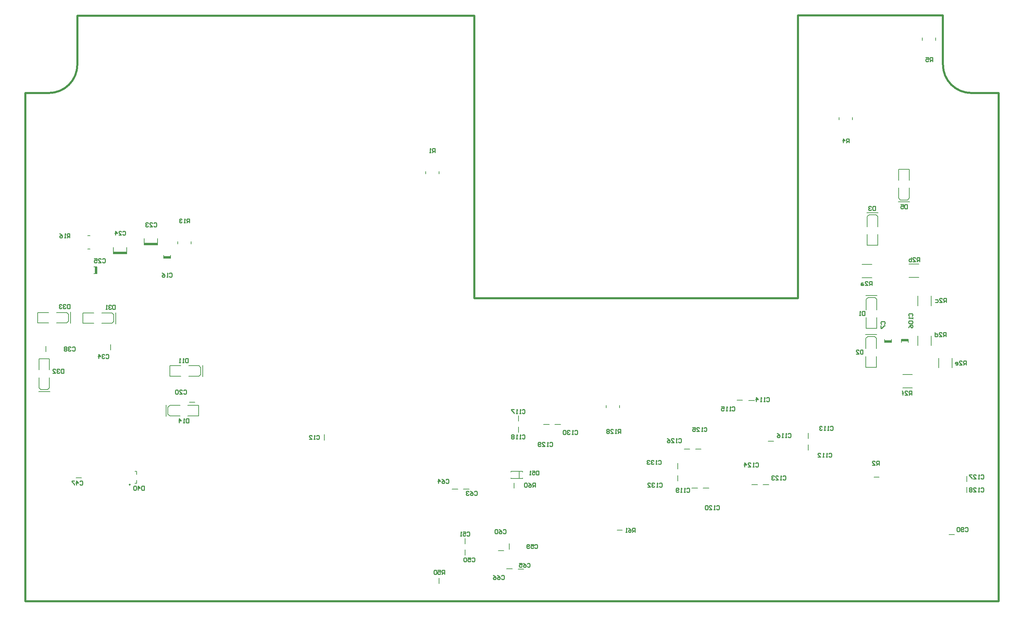
<source format=gbo>
G04*
G04 #@! TF.GenerationSoftware,Altium Limited,Altium Designer,22.6.1 (34)*
G04*
G04 Layer_Color=33789*
%FSLAX43Y43*%
%MOMM*%
G71*
G04*
G04 #@! TF.SameCoordinates,AAB5C14D-29E5-48F0-9F93-E21C6970BB33*
G04*
G04*
G04 #@! TF.FilePolarity,Positive*
G04*
G01*
G75*
%ADD11C,0.250*%
%ADD12C,0.200*%
%ADD15C,0.500*%
%ADD24R,0.550X1.700*%
%ADD164R,3.300X0.550*%
%ADD165R,1.700X0.550*%
%ADD166R,1.700X0.550*%
%ADD167R,3.300X0.550*%
D11*
X125925Y148900D02*
G03*
X125925Y148900I-125J0D01*
G01*
X311023Y153695D02*
Y154695D01*
X310523D01*
X310357Y154528D01*
Y154195D01*
X310523Y154029D01*
X311023D01*
X310690D02*
X310357Y153695D01*
X309357D02*
X310023D01*
X309357Y154362D01*
Y154528D01*
X309523Y154695D01*
X309857D01*
X310023Y154528D01*
X222800Y161038D02*
X222966Y161205D01*
X223300D01*
X223466Y161038D01*
Y160372D01*
X223300Y160205D01*
X222966D01*
X222800Y160372D01*
X222466Y160205D02*
X222133D01*
X222300D01*
Y161205D01*
X222466Y161038D01*
X221633Y160205D02*
X221300D01*
X221467D01*
Y161205D01*
X221633Y161038D01*
X220800D02*
X220634Y161205D01*
X220300D01*
X220134Y161038D01*
Y160872D01*
X220300Y160705D01*
X220134Y160538D01*
Y160372D01*
X220300Y160205D01*
X220634D01*
X220800Y160372D01*
Y160538D01*
X220634Y160705D01*
X220800Y160872D01*
Y161038D01*
X220634Y160705D02*
X220300D01*
X222800Y167342D02*
X222966Y167508D01*
X223300D01*
X223466Y167342D01*
Y166675D01*
X223300Y166509D01*
X222966D01*
X222800Y166675D01*
X222466Y166509D02*
X222133D01*
X222300D01*
Y167508D01*
X222466Y167342D01*
X221633Y166509D02*
X221300D01*
X221467D01*
Y167508D01*
X221633Y167342D01*
X220800Y167508D02*
X220134D01*
Y167342D01*
X220800Y166675D01*
Y166509D01*
X247149Y161594D02*
Y162594D01*
X246650D01*
X246483Y162427D01*
Y162094D01*
X246650Y161928D01*
X247149D01*
X246816D02*
X246483Y161594D01*
X246150D02*
X245817D01*
X245983D01*
Y162594D01*
X246150Y162427D01*
X244650Y161594D02*
X245317D01*
X244650Y162261D01*
Y162427D01*
X244817Y162594D01*
X245150D01*
X245317Y162427D01*
X244317D02*
X244150Y162594D01*
X243817D01*
X243651Y162427D01*
Y162261D01*
X243817Y162094D01*
X243651Y161928D01*
Y161761D01*
X243817Y161594D01*
X244150D01*
X244317Y161761D01*
Y161928D01*
X244150Y162094D01*
X244317Y162261D01*
Y162427D01*
X244150Y162094D02*
X243817D01*
X250716Y137086D02*
Y138086D01*
X250216D01*
X250050Y137919D01*
Y137586D01*
X250216Y137420D01*
X250716D01*
X250383D02*
X250050Y137086D01*
X249050Y138086D02*
X249383Y137919D01*
X249717Y137586D01*
Y137253D01*
X249550Y137086D01*
X249217D01*
X249050Y137253D01*
Y137420D01*
X249217Y137586D01*
X249717D01*
X248717Y137086D02*
X248384D01*
X248550D01*
Y138086D01*
X248717Y137919D01*
X226033Y148300D02*
Y149300D01*
X225533D01*
X225366Y149133D01*
Y148800D01*
X225533Y148633D01*
X226033D01*
X225700D02*
X225366Y148300D01*
X224367Y149300D02*
X224700Y149133D01*
X225033Y148800D01*
Y148467D01*
X224867Y148300D01*
X224533D01*
X224367Y148467D01*
Y148633D01*
X224533Y148800D01*
X225033D01*
X224034Y149133D02*
X223867Y149300D01*
X223534D01*
X223367Y149133D01*
Y148467D01*
X223534Y148300D01*
X223867D01*
X224034Y148467D01*
Y149133D01*
X203633Y126675D02*
Y127675D01*
X203133D01*
X202966Y127508D01*
Y127175D01*
X203133Y127008D01*
X203633D01*
X203300D02*
X202966Y126675D01*
X201967Y127675D02*
X202633D01*
Y127175D01*
X202300Y127341D01*
X202133D01*
X201967Y127175D01*
Y126842D01*
X202133Y126675D01*
X202467D01*
X202633Y126842D01*
X201634Y127508D02*
X201467Y127675D01*
X201134D01*
X200967Y127508D01*
Y126842D01*
X201134Y126675D01*
X201467D01*
X201634Y126842D01*
Y127508D01*
X110950Y210000D02*
Y211000D01*
X110450D01*
X110283Y210833D01*
Y210500D01*
X110450Y210333D01*
X110950D01*
X110616D02*
X110283Y210000D01*
X109950D02*
X109617D01*
X109783D01*
Y211000D01*
X109950Y210833D01*
X108450Y211000D02*
X108784Y210833D01*
X109117Y210500D01*
Y210167D01*
X108950Y210000D01*
X108617D01*
X108450Y210167D01*
Y210333D01*
X108617Y210500D01*
X109117D01*
X140550Y213700D02*
Y214700D01*
X140050D01*
X139883Y214533D01*
Y214200D01*
X140050Y214033D01*
X140550D01*
X140216D02*
X139883Y213700D01*
X139550D02*
X139217D01*
X139383D01*
Y214700D01*
X139550Y214533D01*
X138717D02*
X138550Y214700D01*
X138217D01*
X138050Y214533D01*
Y214367D01*
X138217Y214200D01*
X138384D01*
X138217D01*
X138050Y214033D01*
Y213867D01*
X138217Y213700D01*
X138550D01*
X138717Y213867D01*
X324233Y253600D02*
Y254600D01*
X323733D01*
X323567Y254433D01*
Y254100D01*
X323733Y253933D01*
X324233D01*
X323900D02*
X323567Y253600D01*
X322567Y254600D02*
X323233D01*
Y254100D01*
X322900Y254267D01*
X322734D01*
X322567Y254100D01*
Y253767D01*
X322734Y253600D01*
X323067D01*
X323233Y253767D01*
X303633Y233518D02*
Y234518D01*
X303133D01*
X302967Y234351D01*
Y234018D01*
X303133Y233851D01*
X303633D01*
X303300D02*
X302967Y233518D01*
X302134D02*
Y234518D01*
X302633Y234018D01*
X301967D01*
X319066Y171100D02*
Y172100D01*
X318566D01*
X318400Y171933D01*
Y171600D01*
X318566Y171433D01*
X319066D01*
X318733D02*
X318400Y171100D01*
X317400D02*
X318067D01*
X317400Y171767D01*
Y171933D01*
X317567Y172100D01*
X317900D01*
X318067Y171933D01*
X316900Y171100D02*
Y171933D01*
Y171600D01*
X317067D01*
X316734D01*
X316900D01*
Y171933D01*
X316734Y172100D01*
X332533Y178500D02*
Y179500D01*
X332033D01*
X331866Y179333D01*
Y179000D01*
X332033Y178833D01*
X332533D01*
X332200D02*
X331866Y178500D01*
X330867D02*
X331533D01*
X330867Y179167D01*
Y179333D01*
X331033Y179500D01*
X331367D01*
X331533Y179333D01*
X330034Y178500D02*
X330367D01*
X330534Y178667D01*
Y179000D01*
X330367Y179167D01*
X330034D01*
X329867Y179000D01*
Y178833D01*
X330534D01*
X327555Y185550D02*
Y186550D01*
X327056D01*
X326889Y186383D01*
Y186050D01*
X327056Y185883D01*
X327555D01*
X327222D02*
X326889Y185550D01*
X325889D02*
X326556D01*
X325889Y186217D01*
Y186383D01*
X326056Y186550D01*
X326389D01*
X326556Y186383D01*
X324890Y186550D02*
Y185550D01*
X325389D01*
X325556Y185717D01*
Y186050D01*
X325389Y186217D01*
X324890D01*
X327638Y194000D02*
Y195000D01*
X327138D01*
X326971Y194833D01*
Y194500D01*
X327138Y194333D01*
X327638D01*
X327304D02*
X326971Y194000D01*
X325971D02*
X326638D01*
X325971Y194667D01*
Y194833D01*
X326138Y195000D01*
X326471D01*
X326638Y194833D01*
X324972Y194667D02*
X325472D01*
X325638Y194500D01*
Y194167D01*
X325472Y194000D01*
X324972D01*
X321058Y204100D02*
Y205100D01*
X320558D01*
X320392Y204933D01*
Y204600D01*
X320558Y204433D01*
X321058D01*
X320725D02*
X320392Y204100D01*
X319392D02*
X320058D01*
X319392Y204767D01*
Y204933D01*
X319558Y205100D01*
X319892D01*
X320058Y204933D01*
X319059Y205100D02*
Y204100D01*
X318559D01*
X318392Y204267D01*
Y204433D01*
Y204600D01*
X318559Y204767D01*
X319059D01*
X309256Y198200D02*
Y199200D01*
X308756D01*
X308590Y199033D01*
Y198700D01*
X308756Y198533D01*
X309256D01*
X308923D02*
X308590Y198200D01*
X307590D02*
X308256D01*
X307590Y198867D01*
Y199033D01*
X307757Y199200D01*
X308090D01*
X308256Y199033D01*
X307090Y198867D02*
X306757D01*
X306590Y198700D01*
Y198200D01*
X307090D01*
X307257Y198367D01*
X307090Y198533D01*
X306590D01*
X201266Y231100D02*
Y232100D01*
X200767D01*
X200600Y231933D01*
Y231600D01*
X200767Y231433D01*
X201266D01*
X200933D02*
X200600Y231100D01*
X200267D02*
X199934D01*
X200100D01*
Y232100D01*
X200267Y231933D01*
X226926Y152300D02*
Y151300D01*
X226426D01*
X226260Y151467D01*
Y152133D01*
X226426Y152300D01*
X226926D01*
X225260D02*
X225927D01*
Y151800D01*
X225593Y151967D01*
X225427D01*
X225260Y151800D01*
Y151467D01*
X225427Y151300D01*
X225760D01*
X225927Y151467D01*
X224927Y151300D02*
X224594D01*
X224760D01*
Y152300D01*
X224927Y152133D01*
X129383Y148500D02*
Y147500D01*
X128883D01*
X128716Y147667D01*
Y148333D01*
X128883Y148500D01*
X129383D01*
X127883Y147500D02*
Y148500D01*
X128383Y148000D01*
X127717D01*
X127384Y148333D02*
X127217Y148500D01*
X126884D01*
X126717Y148333D01*
Y147667D01*
X126884Y147500D01*
X127217D01*
X127384Y147667D01*
Y148333D01*
X110998Y193455D02*
Y192456D01*
X110498D01*
X110332Y192622D01*
Y193289D01*
X110498Y193455D01*
X110998D01*
X109998Y193289D02*
X109832Y193455D01*
X109498D01*
X109332Y193289D01*
Y193122D01*
X109498Y192956D01*
X109665D01*
X109498D01*
X109332Y192789D01*
Y192622D01*
X109498Y192456D01*
X109832D01*
X109998Y192622D01*
X108999Y193289D02*
X108832Y193455D01*
X108499D01*
X108332Y193289D01*
Y193122D01*
X108499Y192956D01*
X108665D01*
X108499D01*
X108332Y192789D01*
Y192622D01*
X108499Y192456D01*
X108832D01*
X108999Y192622D01*
X109467Y177455D02*
Y176456D01*
X108967D01*
X108801Y176622D01*
Y177289D01*
X108967Y177455D01*
X109467D01*
X108468Y177289D02*
X108301Y177455D01*
X107968D01*
X107801Y177289D01*
Y177122D01*
X107968Y176956D01*
X108134D01*
X107968D01*
X107801Y176789D01*
Y176622D01*
X107968Y176456D01*
X108301D01*
X108468Y176622D01*
X106801Y176456D02*
X107468D01*
X106801Y177122D01*
Y177289D01*
X106968Y177455D01*
X107301D01*
X107468Y177289D01*
X122199Y193354D02*
Y192354D01*
X121700D01*
X121533Y192521D01*
Y193187D01*
X121700Y193354D01*
X122199D01*
X121200Y193187D02*
X121033Y193354D01*
X120700D01*
X120533Y193187D01*
Y193021D01*
X120700Y192854D01*
X120867D01*
X120700D01*
X120533Y192687D01*
Y192521D01*
X120700Y192354D01*
X121033D01*
X121200Y192521D01*
X120200Y192354D02*
X119867D01*
X120033D01*
Y193354D01*
X120200Y193187D01*
X140376Y165216D02*
Y164216D01*
X139876D01*
X139710Y164383D01*
Y165049D01*
X139876Y165216D01*
X140376D01*
X139376Y164216D02*
X139043D01*
X139210D01*
Y165216D01*
X139376Y165049D01*
X138043Y164216D02*
Y165216D01*
X138543Y164716D01*
X137877D01*
X140209Y180100D02*
Y179100D01*
X139710D01*
X139543Y179267D01*
Y179933D01*
X139710Y180100D01*
X140209D01*
X139210Y179100D02*
X138876D01*
X139043D01*
Y180100D01*
X139210Y179933D01*
X138377Y179100D02*
X138043D01*
X138210D01*
Y180100D01*
X138377Y179933D01*
X318033Y218183D02*
Y217184D01*
X317533D01*
X317367Y217350D01*
Y218017D01*
X317533Y218183D01*
X318033D01*
X316367D02*
X317033D01*
Y217684D01*
X316700Y217850D01*
X316534D01*
X316367Y217684D01*
Y217350D01*
X316534Y217184D01*
X316867D01*
X317033Y217350D01*
X310133Y217800D02*
Y216800D01*
X309633D01*
X309467Y216967D01*
Y217633D01*
X309633Y217800D01*
X310133D01*
X309133Y217633D02*
X308967Y217800D01*
X308634D01*
X308467Y217633D01*
Y217467D01*
X308634Y217300D01*
X308800D01*
X308634D01*
X308467Y217133D01*
Y216967D01*
X308634Y216800D01*
X308967D01*
X309133Y216967D01*
X307033Y182200D02*
Y181200D01*
X306533D01*
X306367Y181367D01*
Y182033D01*
X306533Y182200D01*
X307033D01*
X305367Y181200D02*
X306033D01*
X305367Y181867D01*
Y182033D01*
X305534Y182200D01*
X305867D01*
X306033Y182033D01*
X307466Y191800D02*
Y190800D01*
X306967D01*
X306800Y190967D01*
Y191633D01*
X306967Y191800D01*
X307466D01*
X306467Y190800D02*
X306134D01*
X306300D01*
Y191800D01*
X306467Y191633D01*
X256483Y154749D02*
X256650Y154915D01*
X256983D01*
X257149Y154749D01*
Y154082D01*
X256983Y153916D01*
X256650D01*
X256483Y154082D01*
X256150Y153916D02*
X255817D01*
X255983D01*
Y154915D01*
X256150Y154749D01*
X255317D02*
X255150Y154915D01*
X254817D01*
X254650Y154749D01*
Y154582D01*
X254817Y154416D01*
X254983D01*
X254817D01*
X254650Y154249D01*
Y154082D01*
X254817Y153916D01*
X255150D01*
X255317Y154082D01*
X254317Y154749D02*
X254150Y154915D01*
X253817D01*
X253651Y154749D01*
Y154582D01*
X253817Y154416D01*
X253984D01*
X253817D01*
X253651Y154249D01*
Y154082D01*
X253817Y153916D01*
X254150D01*
X254317Y154082D01*
X256683Y149096D02*
X256850Y149263D01*
X257183D01*
X257349Y149096D01*
Y148430D01*
X257183Y148263D01*
X256850D01*
X256683Y148430D01*
X256350Y148263D02*
X256017D01*
X256183D01*
Y149263D01*
X256350Y149096D01*
X255517D02*
X255350Y149263D01*
X255017D01*
X254850Y149096D01*
Y148930D01*
X255017Y148763D01*
X255183D01*
X255017D01*
X254850Y148596D01*
Y148430D01*
X255017Y148263D01*
X255350D01*
X255517Y148430D01*
X253851Y148263D02*
X254517D01*
X253851Y148930D01*
Y149096D01*
X254017Y149263D01*
X254350D01*
X254517Y149096D01*
X235783Y162163D02*
X235950Y162329D01*
X236283D01*
X236449Y162163D01*
Y161496D01*
X236283Y161329D01*
X235950D01*
X235783Y161496D01*
X235450Y161329D02*
X235117D01*
X235283D01*
Y162329D01*
X235450Y162163D01*
X234617D02*
X234450Y162329D01*
X234117D01*
X233950Y162163D01*
Y161996D01*
X234117Y161829D01*
X234283D01*
X234117D01*
X233950Y161663D01*
Y161496D01*
X234117Y161329D01*
X234450D01*
X234617Y161496D01*
X233617Y162163D02*
X233450Y162329D01*
X233117D01*
X232951Y162163D01*
Y161496D01*
X233117Y161329D01*
X233450D01*
X233617Y161496D01*
Y162163D01*
X229583Y159233D02*
X229750Y159400D01*
X230083D01*
X230249Y159233D01*
Y158567D01*
X230083Y158400D01*
X229750D01*
X229583Y158567D01*
X229250Y158400D02*
X228917D01*
X229083D01*
Y159400D01*
X229250Y159233D01*
X227750Y158400D02*
X228417D01*
X227750Y159067D01*
Y159233D01*
X227917Y159400D01*
X228250D01*
X228417Y159233D01*
X227417Y158567D02*
X227250Y158400D01*
X226917D01*
X226751Y158567D01*
Y159233D01*
X226917Y159400D01*
X227250D01*
X227417Y159233D01*
Y159067D01*
X227250Y158900D01*
X226751D01*
X336183Y147919D02*
X336350Y148085D01*
X336683D01*
X336849Y147919D01*
Y147252D01*
X336683Y147086D01*
X336350D01*
X336183Y147252D01*
X335850Y147086D02*
X335517D01*
X335683D01*
Y148085D01*
X335850Y147919D01*
X334350Y147086D02*
X335017D01*
X334350Y147752D01*
Y147919D01*
X334517Y148085D01*
X334850D01*
X335017Y147919D01*
X334017D02*
X333850Y148085D01*
X333517D01*
X333351Y147919D01*
Y147752D01*
X333517Y147586D01*
X333351Y147419D01*
Y147252D01*
X333517Y147086D01*
X333850D01*
X334017Y147252D01*
Y147419D01*
X333850Y147586D01*
X334017Y147752D01*
Y147919D01*
X333850Y147586D02*
X333517D01*
X336183Y151133D02*
X336350Y151300D01*
X336683D01*
X336849Y151133D01*
Y150467D01*
X336683Y150300D01*
X336350D01*
X336183Y150467D01*
X335850Y150300D02*
X335517D01*
X335683D01*
Y151300D01*
X335850Y151133D01*
X334350Y150300D02*
X335017D01*
X334350Y150967D01*
Y151133D01*
X334517Y151300D01*
X334850D01*
X335017Y151133D01*
X334017Y151300D02*
X333351D01*
Y151133D01*
X334017Y150467D01*
Y150300D01*
X261479Y160131D02*
X261646Y160298D01*
X261979D01*
X262146Y160131D01*
Y159465D01*
X261979Y159298D01*
X261646D01*
X261479Y159465D01*
X261146Y159298D02*
X260813D01*
X260979D01*
Y160298D01*
X261146Y160131D01*
X259646Y159298D02*
X260313D01*
X259646Y159965D01*
Y160131D01*
X259813Y160298D01*
X260146D01*
X260313Y160131D01*
X258647Y160298D02*
X258980Y160131D01*
X259313Y159798D01*
Y159465D01*
X259147Y159298D01*
X258813D01*
X258647Y159465D01*
Y159632D01*
X258813Y159798D01*
X259313D01*
X267758Y162883D02*
X267925Y163050D01*
X268258D01*
X268424Y162883D01*
Y162217D01*
X268258Y162050D01*
X267925D01*
X267758Y162217D01*
X267425Y162050D02*
X267092D01*
X267258D01*
Y163050D01*
X267425Y162883D01*
X265925Y162050D02*
X266592D01*
X265925Y162717D01*
Y162883D01*
X266092Y163050D01*
X266425D01*
X266592Y162883D01*
X264926Y163050D02*
X265592D01*
Y162550D01*
X265259Y162717D01*
X265092D01*
X264926Y162550D01*
Y162217D01*
X265092Y162050D01*
X265425D01*
X265592Y162217D01*
X280483Y154133D02*
X280650Y154300D01*
X280983D01*
X281149Y154133D01*
Y153467D01*
X280983Y153300D01*
X280650D01*
X280483Y153467D01*
X280150Y153300D02*
X279817D01*
X279983D01*
Y154300D01*
X280150Y154133D01*
X278650Y153300D02*
X279317D01*
X278650Y153967D01*
Y154133D01*
X278817Y154300D01*
X279150D01*
X279317Y154133D01*
X277817Y153300D02*
Y154300D01*
X278317Y153800D01*
X277651D01*
X287283Y150933D02*
X287450Y151100D01*
X287783D01*
X287949Y150933D01*
Y150267D01*
X287783Y150100D01*
X287450D01*
X287283Y150267D01*
X286950Y150100D02*
X286617D01*
X286783D01*
Y151100D01*
X286950Y150933D01*
X285450Y150100D02*
X286117D01*
X285450Y150767D01*
Y150933D01*
X285617Y151100D01*
X285950D01*
X286117Y150933D01*
X285117D02*
X284950Y151100D01*
X284617D01*
X284451Y150933D01*
Y150767D01*
X284617Y150600D01*
X284784D01*
X284617D01*
X284451Y150433D01*
Y150267D01*
X284617Y150100D01*
X284950D01*
X285117Y150267D01*
X270858Y143556D02*
X271025Y143722D01*
X271358D01*
X271524Y143556D01*
Y142889D01*
X271358Y142723D01*
X271025D01*
X270858Y142889D01*
X270525Y142723D02*
X270192D01*
X270358D01*
Y143722D01*
X270525Y143556D01*
X269025Y142723D02*
X269692D01*
X269025Y143389D01*
Y143556D01*
X269192Y143722D01*
X269525D01*
X269692Y143556D01*
X268692D02*
X268525Y143722D01*
X268192D01*
X268026Y143556D01*
Y142889D01*
X268192Y142723D01*
X268525D01*
X268692Y142889D01*
Y143556D01*
X263492Y147837D02*
X263658Y148003D01*
X263992D01*
X264158Y147837D01*
Y147170D01*
X263992Y147004D01*
X263658D01*
X263492Y147170D01*
X263158Y147004D02*
X262825D01*
X262992D01*
Y148003D01*
X263158Y147837D01*
X262325Y147004D02*
X261992D01*
X262159D01*
Y148003D01*
X262325Y147837D01*
X261492Y147170D02*
X261326Y147004D01*
X260992D01*
X260826Y147170D01*
Y147837D01*
X260992Y148003D01*
X261326D01*
X261492Y147837D01*
Y147670D01*
X261326Y147503D01*
X260826D01*
X288510Y161433D02*
X288677Y161600D01*
X289010D01*
X289177Y161433D01*
Y160767D01*
X289010Y160600D01*
X288677D01*
X288510Y160767D01*
X288177Y160600D02*
X287844D01*
X288011D01*
Y161600D01*
X288177Y161433D01*
X287344Y160600D02*
X287011D01*
X287177D01*
Y161600D01*
X287344Y161433D01*
X285845Y161600D02*
X286178Y161433D01*
X286511Y161100D01*
Y160767D01*
X286344Y160600D01*
X286011D01*
X285845Y160767D01*
Y160933D01*
X286011Y161100D01*
X286511D01*
X274694Y168033D02*
X274860Y168200D01*
X275194D01*
X275360Y168033D01*
Y167367D01*
X275194Y167200D01*
X274860D01*
X274694Y167367D01*
X274361Y167200D02*
X274027D01*
X274194D01*
Y168200D01*
X274361Y168033D01*
X273527Y167200D02*
X273194D01*
X273361D01*
Y168200D01*
X273527Y168033D01*
X272028Y168200D02*
X272694D01*
Y167700D01*
X272361Y167867D01*
X272195D01*
X272028Y167700D01*
Y167367D01*
X272195Y167200D01*
X272528D01*
X272694Y167367D01*
X283200Y170267D02*
X283366Y170433D01*
X283700D01*
X283866Y170267D01*
Y169600D01*
X283700Y169434D01*
X283366D01*
X283200Y169600D01*
X282866Y169434D02*
X282533D01*
X282700D01*
Y170433D01*
X282866Y170267D01*
X282033Y169434D02*
X281700D01*
X281867D01*
Y170433D01*
X282033Y170267D01*
X280701Y169434D02*
Y170433D01*
X281200Y169934D01*
X280534D01*
X298958Y163194D02*
X299124Y163360D01*
X299457D01*
X299624Y163194D01*
Y162527D01*
X299457Y162361D01*
X299124D01*
X298958Y162527D01*
X298624Y162361D02*
X298291D01*
X298458D01*
Y163360D01*
X298624Y163194D01*
X297791Y162361D02*
X297458D01*
X297625D01*
Y163360D01*
X297791Y163194D01*
X296958D02*
X296792Y163360D01*
X296458D01*
X296292Y163194D01*
Y163027D01*
X296458Y162860D01*
X296625D01*
X296458D01*
X296292Y162694D01*
Y162527D01*
X296458Y162361D01*
X296792D01*
X296958Y162527D01*
X298600Y156530D02*
X298766Y156697D01*
X299100D01*
X299266Y156530D01*
Y155864D01*
X299100Y155697D01*
X298766D01*
X298600Y155864D01*
X298266Y155697D02*
X297933D01*
X298100D01*
Y156697D01*
X298266Y156530D01*
X297433Y155697D02*
X297100D01*
X297267D01*
Y156697D01*
X297433Y156530D01*
X295934Y155697D02*
X296600D01*
X295934Y156364D01*
Y156530D01*
X296100Y156697D01*
X296434D01*
X296600Y156530D01*
X318517Y190583D02*
X318350Y190750D01*
Y191083D01*
X318517Y191249D01*
X319183D01*
X319350Y191083D01*
Y190750D01*
X319183Y190583D01*
X319350Y190250D02*
Y189917D01*
Y190083D01*
X318350D01*
X318517Y190250D01*
Y189417D02*
X318350Y189250D01*
Y188917D01*
X318517Y188750D01*
X319183D01*
X319350Y188917D01*
Y189250D01*
X319183Y189417D01*
X318517D01*
X318350Y187751D02*
X318517Y188084D01*
X318850Y188417D01*
X319183D01*
X319350Y188250D01*
Y187917D01*
X319183Y187751D01*
X319017D01*
X318850Y187917D01*
Y188417D01*
X332283Y138150D02*
X332450Y138316D01*
X332783D01*
X332949Y138150D01*
Y137483D01*
X332783Y137317D01*
X332450D01*
X332283Y137483D01*
X331950D02*
X331783Y137317D01*
X331450D01*
X331283Y137483D01*
Y138150D01*
X331450Y138316D01*
X331783D01*
X331950Y138150D01*
Y137983D01*
X331783Y137817D01*
X331283D01*
X330950Y138150D02*
X330783Y138316D01*
X330450D01*
X330284Y138150D01*
Y137483D01*
X330450Y137317D01*
X330783D01*
X330950Y137483D01*
Y138150D01*
X217666Y126262D02*
X217833Y126429D01*
X218166D01*
X218333Y126262D01*
Y125596D01*
X218166Y125429D01*
X217833D01*
X217666Y125596D01*
X216667Y126429D02*
X217000Y126262D01*
X217333Y125929D01*
Y125596D01*
X217167Y125429D01*
X216833D01*
X216667Y125596D01*
Y125762D01*
X216833Y125929D01*
X217333D01*
X215667Y126429D02*
X216000Y126262D01*
X216334Y125929D01*
Y125596D01*
X216167Y125429D01*
X215834D01*
X215667Y125596D01*
Y125762D01*
X215834Y125929D01*
X216334D01*
X224066Y129275D02*
X224233Y129442D01*
X224566D01*
X224733Y129275D01*
Y128609D01*
X224566Y128442D01*
X224233D01*
X224066Y128609D01*
X223067Y129442D02*
X223400Y129275D01*
X223733Y128942D01*
Y128609D01*
X223567Y128442D01*
X223233D01*
X223067Y128609D01*
Y128776D01*
X223233Y128942D01*
X223733D01*
X222067Y129442D02*
X222734D01*
Y128942D01*
X222400Y129109D01*
X222234D01*
X222067Y128942D01*
Y128609D01*
X222234Y128442D01*
X222567D01*
X222734Y128609D01*
X203966Y150033D02*
X204133Y150200D01*
X204466D01*
X204633Y150033D01*
Y149367D01*
X204466Y149200D01*
X204133D01*
X203966Y149367D01*
X202967Y150200D02*
X203300Y150033D01*
X203633Y149700D01*
Y149367D01*
X203467Y149200D01*
X203133D01*
X202967Y149367D01*
Y149533D01*
X203133Y149700D01*
X203633D01*
X202134Y149200D02*
Y150200D01*
X202634Y149700D01*
X201967D01*
X210966Y147123D02*
X211133Y147289D01*
X211466D01*
X211633Y147123D01*
Y146456D01*
X211466Y146290D01*
X211133D01*
X210966Y146456D01*
X209967Y147289D02*
X210300Y147123D01*
X210633Y146789D01*
Y146456D01*
X210467Y146290D01*
X210133D01*
X209967Y146456D01*
Y146623D01*
X210133Y146789D01*
X210633D01*
X209634Y147123D02*
X209467Y147289D01*
X209134D01*
X208967Y147123D01*
Y146956D01*
X209134Y146789D01*
X209300D01*
X209134D01*
X208967Y146623D01*
Y146456D01*
X209134Y146290D01*
X209467D01*
X209634Y146456D01*
X218066Y137633D02*
X218233Y137800D01*
X218566D01*
X218733Y137633D01*
Y136967D01*
X218566Y136800D01*
X218233D01*
X218066Y136967D01*
X217067Y137800D02*
X217400Y137633D01*
X217733Y137300D01*
Y136967D01*
X217567Y136800D01*
X217233D01*
X217067Y136967D01*
Y137133D01*
X217233Y137300D01*
X217733D01*
X216734Y137633D02*
X216567Y137800D01*
X216234D01*
X216067Y137633D01*
Y136967D01*
X216234Y136800D01*
X216567D01*
X216734Y136967D01*
Y137633D01*
X225927Y133933D02*
X226094Y134100D01*
X226427D01*
X226593Y133933D01*
Y133267D01*
X226427Y133100D01*
X226094D01*
X225927Y133267D01*
X224927Y134100D02*
X225594D01*
Y133600D01*
X225260Y133767D01*
X225094D01*
X224927Y133600D01*
Y133267D01*
X225094Y133100D01*
X225427D01*
X225594Y133267D01*
X224594D02*
X224427Y133100D01*
X224094D01*
X223928Y133267D01*
Y133933D01*
X224094Y134100D01*
X224427D01*
X224594Y133933D01*
Y133767D01*
X224427Y133600D01*
X223928D01*
X209154Y136998D02*
X209320Y137165D01*
X209654D01*
X209820Y136998D01*
Y136332D01*
X209654Y136165D01*
X209320D01*
X209154Y136332D01*
X208154Y137165D02*
X208821D01*
Y136665D01*
X208487Y136832D01*
X208321D01*
X208154Y136665D01*
Y136332D01*
X208321Y136165D01*
X208654D01*
X208821Y136332D01*
X207821Y136165D02*
X207488D01*
X207654D01*
Y137165D01*
X207821Y136998D01*
X210378Y130633D02*
X210544Y130800D01*
X210878D01*
X211044Y130633D01*
Y129967D01*
X210878Y129800D01*
X210544D01*
X210378Y129967D01*
X209378Y130800D02*
X210045D01*
Y130300D01*
X209711Y130467D01*
X209545D01*
X209378Y130300D01*
Y129967D01*
X209545Y129800D01*
X209878D01*
X210045Y129967D01*
X209045Y130633D02*
X208878Y130800D01*
X208545D01*
X208379Y130633D01*
Y129967D01*
X208545Y129800D01*
X208878D01*
X209045Y129967D01*
Y130633D01*
X113466Y149633D02*
X113633Y149800D01*
X113966D01*
X114133Y149633D01*
Y148967D01*
X113966Y148800D01*
X113633D01*
X113466Y148967D01*
X112633Y148800D02*
Y149800D01*
X113133Y149300D01*
X112467D01*
X112134Y149800D02*
X111467D01*
Y149633D01*
X112134Y148967D01*
Y148800D01*
X111596Y182833D02*
X111762Y183000D01*
X112095D01*
X112262Y182833D01*
Y182167D01*
X112095Y182000D01*
X111762D01*
X111596Y182167D01*
X111262Y182833D02*
X111096Y183000D01*
X110763D01*
X110596Y182833D01*
Y182667D01*
X110763Y182500D01*
X110929D01*
X110763D01*
X110596Y182333D01*
Y182167D01*
X110763Y182000D01*
X111096D01*
X111262Y182167D01*
X110263Y182833D02*
X110096Y183000D01*
X109763D01*
X109596Y182833D01*
Y182667D01*
X109763Y182500D01*
X109596Y182333D01*
Y182167D01*
X109763Y182000D01*
X110096D01*
X110263Y182167D01*
Y182333D01*
X110096Y182500D01*
X110263Y182667D01*
Y182833D01*
X110096Y182500D02*
X109763D01*
X119910Y180933D02*
X120076Y181100D01*
X120409D01*
X120576Y180933D01*
Y180267D01*
X120409Y180100D01*
X120076D01*
X119910Y180267D01*
X119576Y180933D02*
X119410Y181100D01*
X119076D01*
X118910Y180933D01*
Y180767D01*
X119076Y180600D01*
X119243D01*
X119076D01*
X118910Y180433D01*
Y180267D01*
X119076Y180100D01*
X119410D01*
X119576Y180267D01*
X118077Y180100D02*
Y181100D01*
X118577Y180600D01*
X117910D01*
X119016Y204670D02*
X119183Y204836D01*
X119516D01*
X119683Y204670D01*
Y204003D01*
X119516Y203837D01*
X119183D01*
X119016Y204003D01*
X118017Y203837D02*
X118683D01*
X118017Y204503D01*
Y204670D01*
X118183Y204836D01*
X118517D01*
X118683Y204670D01*
X117017Y204836D02*
X117684D01*
Y204337D01*
X117350Y204503D01*
X117184D01*
X117017Y204337D01*
Y204003D01*
X117184Y203837D01*
X117517D01*
X117684Y204003D01*
X124066Y211483D02*
X124233Y211650D01*
X124566D01*
X124733Y211483D01*
Y210817D01*
X124566Y210650D01*
X124233D01*
X124066Y210817D01*
X123067Y210650D02*
X123733D01*
X123067Y211317D01*
Y211483D01*
X123233Y211650D01*
X123567D01*
X123733Y211483D01*
X122234Y210650D02*
Y211650D01*
X122734Y211150D01*
X122067D01*
X131716Y213533D02*
X131883Y213700D01*
X132216D01*
X132383Y213533D01*
Y212867D01*
X132216Y212700D01*
X131883D01*
X131716Y212867D01*
X130717Y212700D02*
X131383D01*
X130717Y213367D01*
Y213533D01*
X130883Y213700D01*
X131217D01*
X131383Y213533D01*
X130384D02*
X130217Y213700D01*
X129884D01*
X129717Y213533D01*
Y213367D01*
X129884Y213200D01*
X130050D01*
X129884D01*
X129717Y213033D01*
Y212867D01*
X129884Y212700D01*
X130217D01*
X130384Y212867D01*
X139085Y172133D02*
X139251Y172300D01*
X139584D01*
X139751Y172133D01*
Y171467D01*
X139584Y171300D01*
X139251D01*
X139085Y171467D01*
X138085Y171300D02*
X138751D01*
X138085Y171967D01*
Y172133D01*
X138251Y172300D01*
X138585D01*
X138751Y172133D01*
X137752D02*
X137585Y172300D01*
X137252D01*
X137085Y172133D01*
Y171467D01*
X137252Y171300D01*
X137585D01*
X137752Y171467D01*
Y172133D01*
X135583Y201129D02*
X135750Y201296D01*
X136083D01*
X136250Y201129D01*
Y200463D01*
X136083Y200296D01*
X135750D01*
X135583Y200463D01*
X135250Y200296D02*
X134917D01*
X135083D01*
Y201296D01*
X135250Y201129D01*
X133750Y201296D02*
X134084Y201129D01*
X134417Y200796D01*
Y200463D01*
X134250Y200296D01*
X133917D01*
X133750Y200463D01*
Y200629D01*
X133917Y200796D01*
X134417D01*
X171983Y160933D02*
X172150Y161100D01*
X172483D01*
X172650Y160933D01*
Y160267D01*
X172483Y160100D01*
X172150D01*
X171983Y160267D01*
X171650Y160100D02*
X171317D01*
X171483D01*
Y161100D01*
X171650Y160933D01*
X170150Y160100D02*
X170817D01*
X170150Y160767D01*
Y160933D01*
X170317Y161100D01*
X170650D01*
X170817Y160933D01*
X311667Y188566D02*
X311500Y188733D01*
Y189066D01*
X311667Y189233D01*
X312333D01*
X312500Y189066D01*
Y188733D01*
X312333Y188566D01*
X311500Y188233D02*
Y187567D01*
X311667D01*
X312333Y188233D01*
X312500D01*
D12*
X309750Y150700D02*
X311050Y150700D01*
X116900Y202850D02*
X117700D01*
X116900Y201150D02*
X117700Y201150D01*
X117700Y202850D02*
X117700Y201150D01*
X125050Y207600D02*
X125050Y206000D01*
X121750Y207600D02*
X121750Y206000D01*
X125050D01*
X112500Y150600D02*
X113900Y150600D01*
X127100Y149200D02*
X127500D01*
Y150000D01*
X127100Y152200D02*
X127500Y152200D01*
Y151400D02*
Y152200D01*
X219600Y132900D02*
X219600Y134300D01*
X315803Y218855D02*
X318597D01*
X316350Y219350D02*
X318050D01*
X315900Y219800D02*
X316350Y219350D01*
X318050D02*
X318500Y219800D01*
X315900Y224250D02*
Y226950D01*
X318500Y224250D02*
Y226950D01*
X315900D02*
X318500D01*
X315900Y219800D02*
Y222350D01*
X318500Y219800D02*
Y222350D01*
X220050Y152000D02*
Y152200D01*
X222950Y152000D02*
Y152200D01*
Y150400D02*
Y150600D01*
X220050Y150400D02*
Y150600D01*
X222100Y150400D02*
Y152200D01*
X220050Y150400D02*
X222950D01*
X220050Y152200D02*
X222950D01*
X307778Y195677D02*
X310572D01*
X308325Y195182D02*
X310025D01*
X310475Y194732D01*
X307875D02*
X308325Y195182D01*
X310475Y187582D02*
Y190282D01*
X307875Y187582D02*
Y190282D01*
Y187582D02*
X310475D01*
Y192182D02*
Y194732D01*
X307875Y192182D02*
Y194732D01*
X307800Y182550D02*
Y185100D01*
X310400Y182550D02*
Y185100D01*
X307800Y177950D02*
X310400D01*
X307800D02*
Y180650D01*
X310400Y177950D02*
Y180650D01*
X307800Y185100D02*
X308250Y185550D01*
X309950D02*
X310400Y185100D01*
X308250Y185550D02*
X309950D01*
X307703Y186045D02*
X310497D01*
X308017Y216213D02*
X310811D01*
X308564Y215718D02*
X310264D01*
X310714Y215268D01*
X308114D02*
X308564Y215718D01*
X310714Y208118D02*
Y210818D01*
X308114Y208118D02*
Y210818D01*
Y208118D02*
X310714D01*
Y212718D02*
Y215268D01*
X308114Y212718D02*
Y215268D01*
X140350Y178300D02*
X142900D01*
X140350Y175700D02*
X142900D01*
X135750D02*
Y178300D01*
X138450D01*
X135750Y175700D02*
X138450D01*
X142900Y178300D02*
X143350Y177850D01*
X142900Y175700D02*
X143350Y176150D01*
Y177850D01*
X143845Y175603D02*
Y178397D01*
X134755Y165803D02*
Y168597D01*
X135250Y166350D02*
Y168050D01*
X135700Y168500D01*
X135250Y166350D02*
X135700Y165900D01*
X140150Y168500D02*
X142850D01*
X140150Y165900D02*
X142850D01*
Y168500D01*
X135700D02*
X138250D01*
X135700Y165900D02*
X138250D01*
X118850Y191400D02*
X121400D01*
X118850Y188800D02*
X121400D01*
X114250D02*
Y191400D01*
X116950D01*
X114250Y188800D02*
X116950D01*
X121400Y191400D02*
X121850Y190950D01*
X121400Y188800D02*
X121850Y189250D01*
Y190950D01*
X122345Y188703D02*
Y191497D01*
X103253Y171915D02*
X106047D01*
X103800Y172410D02*
X105500D01*
X103350Y172859D02*
X103800Y172410D01*
X105500D02*
X105950Y172859D01*
X103350Y177309D02*
Y180010D01*
X105950Y177309D02*
Y180010D01*
X103350D02*
X105950D01*
X103350Y172859D02*
Y175410D01*
X105950Y172859D02*
Y175410D01*
X107650Y191500D02*
X110200D01*
X107650Y188900D02*
X110200D01*
X103050D02*
Y191500D01*
X105750D01*
X103050Y188900D02*
X105750D01*
X110200Y191500D02*
X110650Y191050D01*
X110200Y188900D02*
X110650Y189350D01*
Y191050D01*
X111145Y188803D02*
Y191597D01*
X221900Y164600D02*
Y166000D01*
Y161800D02*
Y163200D01*
X208700Y134200D02*
Y135600D01*
Y131400D02*
Y132800D01*
X173900Y159900D02*
X173900Y161300D01*
X140500Y169300D02*
X141900Y169300D01*
X121100Y182200D02*
Y183600D01*
X332700Y149600D02*
Y151000D01*
X332700Y146900D02*
X332700Y148300D01*
X312450Y184100D02*
X314150Y184100D01*
X312450Y184100D02*
X312450Y184900D01*
X314150Y184100D02*
Y184900D01*
X316550D02*
X316550Y184100D01*
X318250Y184100D02*
Y184900D01*
X316550D02*
X318250D01*
X132650Y209800D02*
X132650Y208200D01*
X129350Y209800D02*
X129350Y208200D01*
X132650Y208200D01*
X275900Y169800D02*
X277300D01*
X265646Y157646D02*
X267046Y157646D01*
X262846Y157646D02*
X264246Y157646D01*
X246850Y168500D02*
X246850Y167900D01*
X243550D02*
Y168500D01*
X105100Y181800D02*
X105100Y183200D01*
X202300Y124450D02*
Y125750D01*
X246250Y137600D02*
X247550D01*
X328300Y136500D02*
X329700Y136500D01*
X264750Y148000D02*
X266150Y148000D01*
X267550Y148000D02*
X268950Y148000D01*
X279600Y148900D02*
X281000Y148900D01*
X282400Y148900D02*
X283800Y148900D01*
X216900Y132500D02*
X218300Y132500D01*
X221800Y128000D02*
X223200Y128000D01*
X218950Y128025D02*
X220350Y128025D01*
X208300Y147800D02*
X209700Y147800D01*
X205500D02*
X206900D01*
X278800Y169700D02*
X280200Y169700D01*
X293500Y157400D02*
X293500Y158800D01*
X283600Y159600D02*
X285000Y159600D01*
X261300Y152800D02*
X261300Y154200D01*
X261300Y149800D02*
X261300Y151200D01*
X293500Y160300D02*
X293500Y161700D01*
X135850Y204900D02*
X135850Y205700D01*
X134150D02*
X134150Y204900D01*
X135850Y204900D01*
X220800Y148010D02*
Y149310D01*
X329080Y177800D02*
Y180200D01*
X325780Y180200D02*
X325780Y177800D01*
X318454Y203466D02*
X320854Y203466D01*
X318454Y200166D02*
X320854D01*
X323950Y195600D02*
X323950Y193200D01*
X320650D02*
Y195600D01*
X306854Y203366D02*
X309254Y203366D01*
X306854Y200066D02*
X309254D01*
X316900Y172850D02*
X319300D01*
X316900Y176150D02*
X319300Y176150D01*
X323950Y185700D02*
X323950Y183300D01*
X320650D02*
Y185700D01*
X230900Y163800D02*
X232300Y163800D01*
X228100Y163800D02*
X229500Y163800D01*
X321750Y258900D02*
X321750Y259500D01*
X325050Y258900D02*
Y259500D01*
X301150Y239200D02*
X301150Y239800D01*
X304450Y239200D02*
Y239800D01*
X115400Y207250D02*
X116000D01*
X115400Y210550D02*
X116000Y210550D01*
X137650Y208500D02*
Y209100D01*
X140950Y208500D02*
Y209100D01*
X198950Y225800D02*
Y226400D01*
X202250Y225800D02*
Y226400D01*
D15*
X326840Y252840D02*
G03*
X333840Y245840I7000J0D01*
G01*
X105835D02*
G03*
X112835Y252840I0J7000D01*
G01*
X100000Y245840D02*
X100000Y120000D01*
X291000Y265000D02*
X326840Y265000D01*
Y252840D02*
Y265000D01*
X112835Y252840D02*
Y264980D01*
X100000Y245840D02*
X105835D01*
X112835Y264980D02*
X211000D01*
X100000Y120000D02*
X340611D01*
X340581Y245840D02*
X340611Y120000D01*
X333840Y245840D02*
X340581D01*
X291000Y194980D02*
Y264980D01*
X211000Y194980D02*
X291000D01*
X211000D02*
Y264980D01*
D24*
X117425Y202000D02*
D03*
D164*
X123400Y206275D02*
D03*
D165*
X313300Y184375D02*
D03*
X135000Y205175D02*
D03*
D166*
X317400Y184625D02*
D03*
D167*
X131000Y208475D02*
D03*
M02*

</source>
